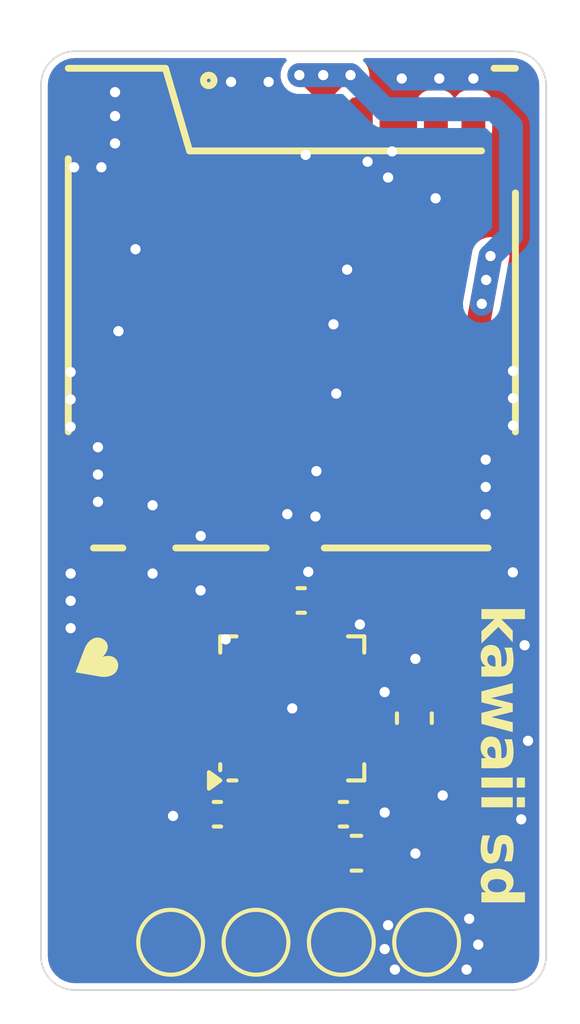
<source format=kicad_pcb>
(kicad_pcb (version 20240225) (generator "pcbnew") (generator_version "8.99")
  (layers (0 "F.Cu" signal) (31 "B.Cu" signal) (34 "B.Paste" user) (35 "F.Paste" user) (36 "B.SilkS" user "B.Silkscreen") (37 "F.SilkS" user "F.Silkscreen") (38 "B.Mask" user) (39 "F.Mask" user) (44 "Edge.Cuts" user))
  (net 0 "")
  (net 1 "GND")
  (net 2 "Net-(U1-VDD)")
  (net 3 "SD_VCC")
  (net 4 "Net-(U1-SDREG)")
  (net 5 "SD_D0")
  (net 6 "SD_D3")
  (net 7 "SD_CLK")
  (net 8 "SD_D1")
  (net 9 "SD_D2")
  (net 10 "SD_CMD")
  (net 11 "D+")
  (net 12 "D-")
  (net 13 "+3.3V")
  (footprint "TestPoint:TestPoint_Pad_D1.5mm" (layer "F.Cu") (at 131.5 125.6 90)
    (property "Reference" "TP4" (hide yes))
    (property "Value" "GND")
    (fp_circle (center 0 0) (end 0 0.95) (stroke (width 0.12)) (fill none) (layer "F.SilkS"))
    (pad "1" smd circle (at 0 0 90) (size 1.5 1.5) (layers "F.Cu" "F.Mask") (net 1 "GND"))
  )
  (footprint "TestPoint:TestPoint_Pad_D1.5mm" (layer "F.Cu") (at 126.5 125.6 -90)
    (property "Reference" "TP1" (hide yes))
    (property "Value" "D+")
    (fp_circle (center 0 0) (end 0 0.95) (stroke (width 0.12)) (fill none) (layer "F.SilkS"))
    (pad "1" smd circle (at 0 0 270) (size 1.5 1.5) (layers "F.Cu" "F.Mask") (net 11 "D+"))
  )
  (footprint "Capacitor_SMD:C_0603_1608Metric" (layer "F.Cu") (at 131.139964 119.036039 90)
    (property "Reference" "C4" (hide yes))
    (property "Value" "4.7μF")
    (fp_line (start -0.14058 -0.51) (end 0.14058 -0.51) (stroke (width 0.12)) (layer "F.SilkS"))
    (fp_line (start -0.14058 0.51) (end 0.14058 0.51) (stroke (width 0.12)) (layer "F.SilkS"))
    (pad "1" smd roundrect (at -0.775 0 90) (size 0.9 0.95) (layers "F.Cu" "F.Paste" "F.Mask") (net 3 "SD_VCC"))
    (pad "2" smd roundrect (at 0.775 0 90) (size 0.9 0.95) (layers "F.Cu" "F.Paste" "F.Mask") (net 1 "GND"))
  )
  (footprint "Capacitor_SMD:C_0402_1005Metric" (layer "F.Cu") (at 127.824545 115.588449)
    (property "Reference" "C5" (hide yes))
    (property "Value" "1μF")
    (fp_line (start -0.107836 -0.36) (end 0.107836 -0.36) (stroke (width 0.12)) (layer "F.SilkS"))
    (fp_line (start -0.107836 0.36) (end 0.107836 0.36) (stroke (width 0.12)) (layer "F.SilkS"))
    (pad "1" smd roundrect (at -0.48 0) (size 0.56 0.62) (layers "F.Cu" "F.Paste" "F.Mask") (net 4 "Net-(U1-SDREG)"))
    (pad "2" smd roundrect (at 0.48 0) (size 0.56 0.62) (layers "F.Cu" "F.Paste" "F.Mask") (net 1 "GND"))
  )
  (footprint "Package_DFN_QFN:HVQFN-24-1EP_4x4mm_P0.5mm_EP2.5x2.5mm" (layer "F.Cu") (at 127.5625 118.75 90)
    (property "Reference" "U1" (hide yes))
    (property "Value" "GL835")
    (fp_line (start 2.11 -2.11) (end 2.11 -1.635) (stroke (width 0.12)) (layer "F.SilkS"))
    (fp_line (start 1.635 -2.11) (end 2.11 -2.11) (stroke (width 0.12)) (layer "F.SilkS"))
    (fp_line (start -1.635 -2.11) (end -1.81 -2.11) (stroke (width 0.12)) (layer "F.SilkS"))
    (fp_line (start -2.11 -1.635) (end -2.11 -1.87) (stroke (width 0.12)) (layer "F.SilkS"))
    (fp_line (start 2.11 2.11) (end 2.11 1.635) (stroke (width 0.12)) (layer "F.SilkS"))
    (fp_line (start 1.635 2.11) (end 2.11 2.11) (stroke (width 0.12)) (layer "F.SilkS"))
    (fp_line (start -1.635 2.11) (end -2.11 2.11) (stroke (width 0.12)) (layer "F.SilkS"))
    (fp_line (start -2.11 2.11) (end -2.11 1.635) (stroke (width 0.12)) (layer "F.SilkS"))
    (fp_poly (pts (xy -2.11 -2.11) (xy -2.35 -2.44) (xy -1.87 -2.44) (xy -2.11 -2.11)) (stroke (width 0.12)) (fill solid) (layer "F.SilkS"))
    (pad "1" smd roundrect (at -1.9375 -1.25 90) (size 0.875 0.25) (layers "F.Cu" "F.Paste" "F.Mask") (net 2 "Net-(U1-VDD)"))
    (pad "2" smd roundrect (at -1.9375 -0.75 90) (size 0.875 0.25) (layers "F.Cu" "F.Paste" "F.Mask"))
    (pad "3" smd roundrect (at -1.9375 -0.25 90) (size 0.875 0.25) (layers "F.Cu" "F.Paste" "F.Mask") (net 12 "D-"))
    (pad "4" smd roundrect (at -1.9375 0.25 90) (size 0.875 0.25) (layers "F.Cu" "F.Paste" "F.Mask") (net 11 "D+"))
    (pad "5" smd roundrect (at -1.9375 0.75 90) (size 0.875 0.25) (layers "F.Cu" "F.Paste" "F.Mask") (net 13 "+3.3V"))
    (pad "6" smd roundrect (at -1.9375 1.25 90) (size 0.875 0.25) (layers "F.Cu" "F.Paste" "F.Mask") (net 13 "+3.3V"))
    (pad "7" smd roundrect (at -1.25 1.9375 90) (size 0.25 0.875) (layers "F.Cu" "F.Paste" "F.Mask") (net 3 "SD_VCC"))
    (pad "8" smd roundrect (at -0.75 1.9375 90) (size 0.25 0.875) (layers "F.Cu" "F.Paste" "F.Mask"))
    (pad "9" smd roundrect (at -0.25 1.9375 90) (size 0.25 0.875) (layers "F.Cu" "F.Paste" "F.Mask") (net 1 "GND"))
    (pad "10" smd roundrect (at 0.25 1.9375 90) (size 0.25 0.875) (layers "F.Cu" "F.Paste" "F.Mask") (net 1 "GND"))
    (pad "11" smd roundrect (at 0.75 1.9375 90) (size 0.25 0.875) (layers "F.Cu" "F.Paste" "F.Mask") (net 1 "GND"))
    (pad "12" smd roundrect (at 1.25 1.9375 90) (size 0.25 0.875) (layers "F.Cu" "F.Paste" "F.Mask") (net 8 "SD_D1"))
    (pad "13" smd roundrect (at 1.9375 1.25 90) (size 0.875 0.25) (layers "F.Cu" "F.Paste" "F.Mask") (net 5 "SD_D0"))
    (pad "14" smd roundrect (at 1.9375 0.75 90) (size 0.875 0.25) (layers "F.Cu" "F.Paste" "F.Mask") (net 1 "GND"))
    (pad "15" smd roundrect (at 1.9375 0.25 90) (size 0.875 0.25) (layers "F.Cu" "F.Paste" "F.Mask"))
    (pad "16" smd roundrect (at 1.9375 -0.25 90) (size 0.875 0.25) (layers "F.Cu" "F.Paste" "F.Mask") (net 4 "Net-(U1-SDREG)"))
    (pad "17" smd roundrect (at 1.9375 -0.75 90) (size 0.875 0.25) (layers "F.Cu" "F.Paste" "F.Mask"))
    (pad "18" smd roundrect (at 1.9375 -1.25 90) (size 0.875 0.25) (layers "F.Cu" "F.Paste" "F.Mask") (net 7 "SD_CLK"))
    (pad "19" smd roundrect (at 1.25 -1.9375 90) (size 0.25 0.875) (layers "F.Cu" "F.Paste" "F.Mask"))
    (pad "20" smd roundrect (at 0.75 -1.9375 90) (size 0.25 0.875) (layers "F.Cu" "F.Paste" "F.Mask") (net 10 "SD_CMD"))
    (pad "21" smd roundrect (at 0.25 -1.9375 90) (size 0.25 0.875) (layers "F.Cu" "F.Paste" "F.Mask"))
    (pad "22" smd roundrect (at -0.25 -1.9375 90) (size 0.25 0.875) (layers "F.Cu" "F.Paste" "F.Mask") (net 6 "SD_D3"))
    (pad "23" smd roundrect (at -0.75 -1.9375 90) (size 0.25 0.875) (layers "F.Cu" "F.Paste" "F.Mask") (net 9 "SD_D2"))
    (pad "24" smd roundrect (at -1.25 -1.9375 90) (size 0.25 0.875) (layers "F.Cu" "F.Paste" "F.Mask"))
    (pad "25" smd roundrect (at 0 0 90) (size 2.5 2.5) (property pad_prop_heatsink) (layers "F.Cu" "F.Mask") (roundrect_rratio 0.075) (net 1 "GND"))
  )
  (footprint "TestPoint:TestPoint_Pad_D1.5mm" (layer "F.Cu") (at 124 125.6 -90)
    (property "Reference" "TP2" (hide yes))
    (property "Value" "D-")
    (fp_circle (center 0 0) (end 0 0.95) (stroke (width 0.12)) (fill none) (layer "F.SilkS"))
    (pad "1" smd circle (at 0 0 270) (size 1.5 1.5) (layers "F.Cu" "F.Mask") (net 12 "D-"))
  )
  (footprint "TestPoint:TestPoint_Pad_D1.5mm" (layer "F.Cu") (at 129 125.6 90)
    (property "Reference" "TP3" (hide yes))
    (property "Value" "3V3")
    (fp_circle (center 0 0) (end 0 0.95) (stroke (width 0.12)) (fill none) (layer "F.SilkS"))
    (pad "1" smd circle (at 0 0 90) (size 1.5 1.5) (layers "F.Cu" "F.Mask") (net 13 "+3.3V"))
  )
  (footprint "SamacSys_Parts:503398-1892" (layer "F.Cu") (at 121 100)
    (property "Reference" "J1" (hide yes))
    (property "Value" "503398-1892" (hide yes))
    (fp_line (start 0 0) (end 2.849 0) (stroke (width 0.2)) (layer "F.SilkS"))
    (fp_line (start 0 2.65) (end 0 10.648) (stroke (width 0.2)) (layer "F.SilkS"))
    (fp_line (start 0.74 14.05) (end 1.6 14.05) (stroke (width 0.2)) (layer "F.SilkS"))
    (fp_line (start 2.849 0) (end 3.554 2.42) (stroke (width 0.2)) (layer "F.SilkS"))
    (fp_line (start 3.15 14.05) (end 5.8 14.05) (stroke (width 0.2)) (layer "F.SilkS"))
    (fp_line (start 3.554 2.42) (end 12.109 2.42) (stroke (width 0.2)) (layer "F.SilkS"))
    (fp_line (start 7.5 14.05) (end 12.3 14.05) (stroke (width 0.2)) (layer "F.SilkS"))
    (fp_line (start 13.1 0) (end 12.474 0) (stroke (width 0.2)) (layer "F.SilkS"))
    (fp_line (start 13.1 3.65) (end 13.1 10.65) (stroke (width 0.2)) (layer "F.SilkS"))
    (fp_circle (center 4.116 0.356) (end 4.116 0.41057) (stroke (width 0.2)) (fill none) (layer "F.SilkS"))
    (pad "1" smd roundrect (at 4.17 1.4) (size 0.7 1.1) (layers "F.Cu" "F.Paste" "F.Mask") (net 9 "SD_D2"))
    (pad "2" smd roundrect (at 5.27 1.4) (size 0.7 1.1) (layers "F.Cu" "F.Paste" "F.Mask") (net 6 "SD_D3"))
    (pad "3" smd roundrect (at 6.37 1.4) (size 0.7 1.1) (layers "F.Cu" "F.Paste" "F.Mask") (net 10 "SD_CMD"))
    (pad "4" smd roundrect (at 7.47 1.4) (size 0.7 1.1) (layers "F.Cu" "F.Paste" "F.Mask") (net 3 "SD_VCC"))
    (pad "5" smd roundrect (at 8.57 1.4) (size 0.7 1.1) (layers "F.Cu" "F.Paste" "F.Mask") (net 7 "SD_CLK"))
    (pad "6" smd roundrect (at 9.67 1.4) (size 0.7 1.1) (layers "F.Cu" "F.Paste" "F.Mask") (net 1 "GND"))
    (pad "7" smd roundrect (at 10.77 1.4) (size 0.7 1.1) (layers "F.Cu" "F.Paste" "F.Mask") (net 5 "SD_D0"))
    (pad "8" smd roundrect (at 11.87 1.4) (size 0.7 1.1) (layers "F.Cu" "F.Paste" "F.Mask") (net 8 "SD_D1"))
    (pad "9" smd roundrect (at 2.38 13.865) (size 0.9 0.93) (layers "F.Cu" "F.Paste" "F.Mask") (net 1 "GND"))
    (pad "10" smd roundrect (at 6.645 13.94 90) (size 0.78 1.05) (layers "F.Cu" "F.Paste" "F.Mask") (net 1 "GND"))
    (pad "11" smd roundrect (at 13.03 12.665) (size 0.7 3.33) (layers "F.Cu" "F.Paste" "F.Mask") (net 1 "GND"))
    (pad "12" smd roundrect (at 12.95 1.9) (size 0.86 2.8) (layers "F.Cu" "F.Paste" "F.Mask") (net 1 "GND"))
    (pad "13" smd roundrect (at 0.29 1.415) (size 1.14 1.83) (layers "F.Cu" "F.Paste" "F.Mask") (net 1 "GND"))
    (pad "14" smd roundrect (at 0.07 12.665) (size 0.7 3.33) (layers "F.Cu" "F.Paste" "F.Mask") (net 1 "GND"))
  )
  (footprint "Capacitor_SMD:C_0402_1005Metric" (layer "F.Cu") (at 125.37 121.85 180)
    (property "Reference" "C1" (hide yes))
    (property "Value" "1μF")
    (fp_line (start -0.107836 0.36) (end 0.107836 0.36) (stroke (width 0.12)) (layer "F.SilkS"))
    (fp_line (start -0.107836 -0.36) (end 0.107836 -0.36) (stroke (width 0.12)) (layer "F.SilkS"))
    (pad "1" smd roundrect (at -0.48 0 180) (size 0.56 0.62) (layers "F.Cu" "F.Paste" "F.Mask") (net 2 "Net-(U1-VDD)"))
    (pad "2" smd roundrect (at 0.48 0 180) (size 0.56 0.62) (layers "F.Cu" "F.Paste" "F.Mask") (net 1 "GND"))
  )
  (footprint "Capacitor_SMD:C_0402_1005Metric" (layer "F.Cu") (at 129.0625 121.85)
    (property "Reference" "C3" (hide yes))
    (property "Value" "0.1μF")
    (fp_line (start -0.107836 -0.36) (end 0.107836 -0.36) (stroke (width 0.12)) (layer "F.SilkS"))
    (fp_line (start -0.107836 0.36) (end 0.107836 0.36) (stroke (width 0.12)) (layer "F.SilkS"))
    (pad "1" smd roundrect (at -0.48 0) (size 0.56 0.62) (layers "F.Cu" "F.Paste" "F.Mask") (net 13 "+3.3V"))
    (pad "2" smd roundrect (at 0.48 0) (size 0.56 0.62) (layers "F.Cu" "F.Paste" "F.Mask") (net 1 "GND"))
  )
  (footprint "Capacitor_SMD:C_0603_1608Metric" (layer "F.Cu") (at 129.442833 122.992118)
    (property "Reference" "C2" (hide yes))
    (property "Value" "4.7μF")
    (fp_line (start -0.14058 -0.51) (end 0.14058 -0.51) (stroke (width 0.12)) (layer "F.SilkS"))
    (fp_line (start -0.14058 0.51) (end 0.14058 0.51) (stroke (width 0.12)) (layer "F.SilkS"))
    (pad "1" smd roundrect (at -0.775 0) (size 0.9 0.95) (layers "F.Cu" "F.Paste" "F.Mask") (net 13 "+3.3V"))
    (pad "2" smd roundrect (at 0.775 0) (size 0.9 0.95) (layers "F.Cu" "F.Paste" "F.Mask") (net 1 "GND"))
  )
  (gr_line (start 135 100.5) (end 135 114.5) (stroke (width 0.05)) (layer "Edge.Cuts"))
  (gr_arc (start 120.2 100.5) (mid 120.492893 99.792893) (end 121.2 99.5) (stroke (width 0.05)) (layer "Edge.Cuts"))
  (gr_line (start 121.2 99.5) (end 134 99.5) (stroke (width 0.05)) (layer "Edge.Cuts"))
  (gr_line (start 135 126) (end 135 114.5) (stroke (width 0.05)) (layer "Edge.Cuts"))
  (gr_arc (start 134 99.5) (mid 134.707107 99.792893) (end 135 100.5) (stroke (width 0.05)) (layer "Edge.Cuts"))
  (gr_arc (start 121.2 127) (mid 120.492893 126.707107) (end 120.2 126) (stroke (width 0.05)) (layer "Edge.Cuts"))
  (gr_line (start 120.2 100.5) (end 120.2 126) (stroke (width 0.05)) (layer "Edge.Cuts"))
  (gr_arc (start 135 126) (mid 134.707107 126.707107) (end 134 127) (stroke (width 0.05)) (layer "Edge.Cuts"))
  (gr_line (start 121.2 127) (end 134 127) (stroke (width 0.05)) (layer "Edge.Cuts"))
  (gr_text "kawaii sd" (at 132.9 115.7 270) (layer "F.SilkS") (effects (font (size 1.2 1.2)) (justify left bottom)))
  (gr_text "♥" (at 120.662948 117.145174 -60) (layer "F.SilkS") (effects (font (size 1.2 1.2)) (justify left bottom)))
  (segment (start 128.3125 118) (end 127.5625 118.75) (width 0.25) (layer "F.Cu") (net 1))
  (segment (start 128.3125 116.8125) (end 128.3125 115.596404) (width 0.25) (layer "F.Cu") (net 1))
  (segment (start 128.3125 116.8125) (end 128.3125 118) (width 0.25) (layer "F.Cu") (net 1))
  (segment (start 128.3125 115.596404) (end 128.304545 115.588449) (width 0.25) (layer "F.Cu") (net 1))
  (via (at 121.07 116.4) (size 0.6) (drill 0.3) (layers "F.Cu" "B.Cu") (net 1))
  (via (at 121.97 102.9) (size 0.6) (drill 0.3) (layers "F.Cu" "B.Cu") (net 1))
  (via (at 124.07 121.9) (size 0.6) (drill 0.3) (layers "F.Cu" "B.Cu") (net 1))
  (via (at 124.880374 113.700019) (size 0.6) (drill 0.3) (layers "F.Cu" "B.Cu") (net 1))
  (via (at 129.169262 105.898227) (size 0.6) (drill 0.3) (layers "F.Cu" "B.Cu") (net 1))
  (via (at 130.57 126.4) (size 0.6) (drill 0.3) (layers "F.Cu" "B.Cu") (net 1))
  (via (at 129.544325 116.290786) (size 0.6) (drill 0.3) (layers "F.Cu" "B.Cu") (net 1))
  (via (at 122.97 105.3) (size 0.6) (drill 0.3) (layers "F.Cu" "B.Cu") (net 1))
  (via (at 121.07 110.5) (size 0.6) (drill 0.3) (layers "F.Cu" "B.Cu") (net 1))
  (via (at 130.486815 102.435496) (size 0.6) (drill 0.3) (layers "F.Cu" "B.Cu") (net 1))
  (via (at 131.17 123) (size 0.6) (drill 0.3) (layers "F.Cu" "B.Cu") (net 1))
  (via (at 127.5625 118.75) (size 0.6) (drill 0.3) (layers "F.Cu" "B.Cu") (net 1))
  (via (at 122.37 100.7) (size 0.6) (drill 0.3) (layers "F.Cu" "B.Cu") (net 1))
  (via (at 127.955659 102.536239) (size 0.6) (drill 0.3) (layers "F.Cu" "B.Cu") (net 1))
  (via (at 128.77 107.5) (size 0.6) (drill 0.3) (layers "F.Cu" "B.Cu") (net 1))
  (via (at 123.47 112.8) (size 0.6) (drill 0.3) (layers "F.Cu" "B.Cu") (net 1))
  (via (at 125.77 100.4) (size 0.6) (drill 0.3) (layers "F.Cu" "B.Cu") (net 1))
  (via (at 121.07 115.6) (size 0.6) (drill 0.3) (layers "F.Cu" "B.Cu") (net 1))
  (via (at 133.23 113.065) (size 0.6) (drill 0.3) (layers "F.Cu" "B.Cu") (net 1))
  (via (at 132.67 126.4) (size 0.6) (drill 0.3) (layers "F.Cu" "B.Cu") (net 1))
  (via (at 131.762508 103.8085) (size 0.6) (drill 0.3) (layers "F.Cu" "B.Cu") (net 1))
  (via (at 131.87 100.3) (size 0.6) (drill 0.3) (layers "F.Cu" "B.Cu") (net 1))
  (via (at 130.77 100.3) (size 0.6) (drill 0.3) (layers "F.Cu" "B.Cu") (net 1))
  (via (at 130.27 121.8) (size 0.6) (drill 0.3) (layers "F.Cu" "B.Cu") (net 1))
  (via (at 121.87 112.7) (size 0.6) (drill 0.3) (layers "F.Cu" "B.Cu") (net 1))
  (via (at 134.37 116.9) (size 0.6) (drill 0.3) (layers "F.Cu" "B.Cu") (net 1))
  (via (at 127.417248 113.059382) (size 0.6) (drill 0.3) (layers "F.Cu" "B.Cu") (net 1))
  (via (at 134.024795 114.765191) (size 0.6) (drill 0.3) (layers "F.Cu" "B.Cu") (net 1))
  (via (at 130.37 103.2) (size 0.6) (drill 0.3) (layers "F.Cu" "B.Cu") (net 1))
  (via (at 134.03 110.465) (size 0.6) (drill 0.3) (layers "F.Cu" "B.Cu") (net 1))
  (via (at 121.87 111.1) (size 0.6) (drill 0.3) (layers "F.Cu" "B.Cu") (net 1))
  (via (at 133.23 111.465) (size 0.6) (drill 0.3) (layers "F.Cu" "B.Cu") (net 1))
  (via (at 121.17 102.9) (size 0.6) (drill 0.3) (layers "F.Cu" "B.Cu") (net 1))
  (via (at 133.23 112.265) (size 0.6) (drill 0.3) (layers "F.Cu" "B.Cu") (net 1))
  (via (at 132.747112 124.912212) (size 0.6) (drill 0.3) (layers "F.Cu" "B.Cu") (net 1))
  (via (at 134.47 119.7) (size 0.6) (drill 0.3) (layers "F.Cu" "B.Cu") (net 1))
  (via (at 130.37 125.1) (size 0.6) (drill 0.3) (layers "F.Cu" "B.Cu") (net 1))
  (via (at 123.47 114.8) (size 0.6) (drill 0.3) (layers "F.Cu" "B.Cu") (net 1))
  (via (at 134.03 108.865) (size 0.6) (drill 0.3) (layers "F.Cu" "B.Cu") (net 1))
  (via (at 121.07 108.9) (size 0.6) (drill 0.3) (layers "F.Cu" "B.Cu") (net 1))
  (via (at 133.010522 125.669516) (size 0.6) (drill 0.3) (layers "F.Cu" "B.Cu") (net 1))
  (via (at 130.27 125.8) (size 0.6) (drill 0.3) (layers "F.Cu" "B.Cu") (net 1))
  (via (at 129.769025 102.737724) (size 0.6) (drill 0.3) (layers "F.Cu" "B.Cu") (net 1))
  (via (at 122.37 102.2) (size 0.6) (drill 0.3) (layers "F.Cu" "B.Cu") (net 1))
  (via (at 130.269203 118.272382) (size 0.6) (drill 0.3) (layers "F.Cu" "B.Cu") (net 1))
  (via (at 122.47 107.7) (size 0.6) (drill 0.3) (layers "F.Cu" "B.Cu") (net 1))
  (via (at 125.612653 116.728436) (size 0.6) (drill 0.3) (layers "F.Cu" "B.Cu") (net 1))
  (via (at 122.37 101.4) (size 0.6) (drill 0.3) (layers "F.Cu" "B.Cu") (net 1))
  (via (at 131.97 121.3) (size 0.6) (drill 0.3) (layers "F.Cu" "B.Cu") (net 1))
  (via (at 131.17 117.3) (size 0.6) (drill 0.3) (layers "F.Cu" "B.Cu") (net 1))
  (via (at 124.87632 115.294828) (size 0.6) (drill 0.3) (layers "F.Cu" "B.Cu") (net 1))
  (via (at 128.27 111.8) (size 0.6) (drill 0.3) (layers "F.Cu" "B.Cu") (net 1))
  (via (at 126.87 100.4) (size 0.6) (drill 0.3) (layers "F.Cu" "B.Cu") (net 1))
  (via (at 128.032834 114.750295) (size 0.6) (drill 0.3) (layers "F.Cu" "B.Cu") (net 1))
  (via (at 121.07 114.8) (size 0.6) (drill 0.3) (layers "F.Cu" "B.Cu") (net 1))
  (via (at 134.27 122) (size 0.6) (drill 0.3) (layers "F.Cu" "B.Cu") (net 1))
  (via (at 134.03 109.665) (size 0.6) (drill 0.3) (layers "F.Cu" "B.Cu") (net 1))
  (via (at 121.87 111.9) (size 0.6) (drill 0.3) (layers "F.Cu" "B.Cu") (net 1))
  (via (at 132.87 100.3) (size 0.6) (drill 0.3) (layers "F.Cu" "B.Cu") (net 1))
  (via (at 128.243224 113.129512) (size 0.6) (drill 0.3) (layers "F.Cu" "B.Cu") (net 1))
  (via (at 128.852258 109.529291) (size 0.6) (drill 0.3) (layers "F.Cu" "B.Cu") (net 1))
  (via (at 121.07 109.7) (size 0.6) (drill 0.3) (layers "F.Cu" "B.Cu") (net 1))
  (segment (start 126.3125 121.3875) (end 125.85 121.85) (width 0.25) (layer "F.Cu") (net 2))
  (segment (start 126.3125 120.6875) (end 126.3125 121.3875) (width 0.25) (layer "F.Cu") (net 2))
  (segment (start 128.47 101.4) (end 128.47 100.6) (width 0.7) (layer "F.Cu") (net 3))
  (segment (start 128.07 100.2) (end 128.47 100.6) (width 0.7) (layer "F.Cu") (net 3))
  (segment (start 132.37 119.6) (end 132.37 111) (width 0.7) (layer "F.Cu") (net 3))
  (segment (start 132.37 111) (end 133.37 105.5) (width 0.7) (layer "F.Cu") (net 3))
  (segment (start 128.87 100.2) (end 129.27 100.2) (width 0.7) (layer "F.Cu") (net 3))
  (segment (start 127.77 100.2) (end 128.07 100.2) (width 0.7) (layer "F.Cu") (net 3))
  (segment (start 128.47 100.6) (end 128.47 100.2) (width 0.7) (layer "F.Cu") (net 3))
  (segment (start 128.47 100.2) (end 129.27 100.2) (width 0.7) (layer "F.Cu") (net 3))
  (segment (start 128.47 100.6) (end 128.87 100.2) (width 0.7) (layer "F.Cu") (net 3))
  (segment (start 128.47 100.2) (end 127.77 100.2) (width 0.7) (layer "F.Cu") (net 3))
  (via (at 127.77 100.2) (size 0.6) (drill 0.3) (layers "F.Cu" "B.Cu") (net 3))
  (via (at 128.47 100.2) (size 0.6) (drill 0.3) (layers "F.Cu" "B.Cu") (net 3))
  (via (at 133.242727 106.2) (size 0.6) (drill 0.3) (layers "F.Cu" "B.Cu") (net 3))
  (via (at 133.37 105.5) (size 0.6) (drill 0.3) (layers "F.Cu" "B.Cu") (net 3))
  (via (at 129.27 100.2) (size 0.6) (drill 0.3) (layers "F.Cu" "B.Cu") (net 3))
  (via (at 133.115455 106.9) (size 0.6) (drill 0.3) (layers "F.Cu" "B.Cu") (net 3))
  (segment (start 133.115455 106.9) (end 133.37 105.5) (width 0.7) (layer "B.Cu") (net 3))
  (segment (start 133.97 104.9) (end 133.97 101.7) (width 0.7) (layer "B.Cu") (net 3))
  (segment (start 133.47 101.2) (end 130.27 101.2) (width 0.7) (layer "B.Cu") (net 3))
  (segment (start 133.97 101.7) (end 133.47 101.2) (width 0.7) (layer "B.Cu") (net 3))
  (segment (start 133.37 105.5) (end 133.97 104.9) (width 0.7) (layer "B.Cu") (net 3))
  (segment (start 127.77 100.2) (end 129.27 100.2) (width 0.7) (layer "B.Cu") (net 3))
  (segment (start 130.27 101.2) (end 129.27 100.2) (width 0.7) (layer "B.Cu") (net 3))
  (segment (start 127.3125 116.8125) (end 127.3125 115.620494) (width 0.25) (layer "F.Cu") (net 4))
  (segment (start 127.3125 115.620494) (end 127.344545 115.588449) (width 0.25) (layer "F.Cu") (net 4))
  (segment (start 131.77 101.4) (end 130.029962 108.028717) (width 0.2) (layer "F.Cu") (net 5))
  (segment (start 129.507078 110.808348) (end 128.8125 116.8125) (width 0.2) (layer "F.Cu") (net 5))
  (arc (start 130.029962 108.028717) (mid 129.719322 109.409278) (end 129.507078 110.808348) (width 0.2) (layer "F.Cu") (net 5))
  (segment (start 124.519264 118.824264) (end 124.475025 118.780025) (width 0.2) (layer "F.Cu") (net 6))
  (segment (start 124.417282 112.145765) (end 126.27 101.4) (width 0.2) (layer "F.Cu") (net 6))
  (segment (start 124.415399 112.156687) (end 124.417282 112.145765) (width 0.2) (layer "F.Cu") (net 6))
  (segment (start 124.27 118.285051) (end 124.27 113.855756) (width 0.2) (layer "F.Cu") (net 6))
  (segment (start 125.625 119) (end 124.943528 119) (width 0.2) (layer "F.Cu") (net 6))
  (arc (start 124.943528 119) (mid 124.713918 118.954328) (end 124.519264 118.824264) (width 0.2) (layer "F.Cu") (net 6))
  (arc (start 124.27 113.855756) (mid 124.306416 113.003117) (end 124.415399 112.156687) (width 0.2) (layer "F.Cu") (net 6))
  (arc (start 124.475025 118.780025) (mid 124.323284 118.552929) (end 124.27 118.285051) (width 0.2) (layer "F.Cu") (net 6))
  (segment (start 127.028801 110.304531) (end 127.047596 110.19412) (width 0.2) (layer "F.Cu") (net 7))
  (segment (start 127.235531 109.09) (end 127.235532 109.09) (width 0.2) (layer "F.Cu") (net 7))
  (segment (start 127.118072 111.115003) (end 127.455222 111.17239) (width 0.2) (layer "F.Cu") (net 7))
  (segment (start 127.521694 107.408799) (end 127.831485 105.588775) (width 0.2) (layer "F.Cu") (net 7))
  (segment (start 127.713633 110.989153) (end 127.732426 110.878741) (width 0.2) (layer "F.Cu") (net 7))
  (segment (start 128.049442 109.910203) (end 128.068235 109.799791) (width 0.2) (layer "F.Cu") (net 7))
  (segment (start 127.306007 110.010883) (end 127.791031 110.09344) (width 0.2) (layer "F.Cu") (net 7))
  (segment (start 127.216737 109.200411) (end 127.235531 109.09) (width 0.2) (layer "F.Cu") (net 7))
  (segment (start 129.253082 101.898014) (end 129.57 101.4) (width 0.2) (layer "F.Cu") (net 7))
  (segment (start 127.884998 109.54138) (end 127.399973 109.458822) (width 0.2) (layer "F.Cu") (net 7))
  (segment (start 126.697416 112.251431) (end 126.712135 112.164953) (width 0.2) (layer "F.Cu") (net 7))
  (segment (start 126.3125 116.8125) (end 126.51883 113.757609) (width 0.2) (layer "F.Cu") (net 7))
  (segment (start 128.072934 108.43726) (end 127.587909 108.354702) (width 0.2) (layer "F.Cu") (net 7))
  (segment (start 127.423467 107.98588) (end 127.521694 107.408799) (width 0.2) (layer "F.Cu") (net 7))
  (segment (start 127.493943 108.906763) (end 127.978967 108.98932) (width 0.2) (layer "F.Cu") (net 7))
  (segment (start 127.404673 108.096291) (end 127.423467 107.98588) (width 0.2) (layer "F.Cu") (net 7))
  (segment (start 126.712135 112.164953) (end 126.859661 111.29824) (width 0.2) (layer "F.Cu") (net 7))
  (segment (start 128.237378 108.806083) (end 128.256171 108.695671) (width 0.2) (layer "F.Cu") (net 7))
  (segment (start 127.549189 110.62033) (end 127.212038 110.562942) (width 0.2) (layer "F.Cu") (net 7))
  (arc (start 126.859661 111.29824) (mid 126.950917 111.153103) (end 127.118072 111.115003) (width 0.2) (layer "F.Cu") (net 7))
  (arc (start 127.047596 110.19412) (mid 127.138852 110.048983) (end 127.306007 110.010883) (width 0.2) (layer "F.Cu") (net 7))
  (arc (start 127.212038 110.562942) (mid 127.066901 110.471686) (end 127.028801 110.304531) (width 0.2) (layer "F.Cu") (net 7))
  (arc (start 127.587909 108.354702) (mid 127.442772 108.263446) (end 127.404673 108.096291) (width 0.2) (layer "F.Cu") (net 7))
  (arc (start 127.732426 110.878741) (mid 127.694326 110.711586) (end 127.549189 110.62033) (width 0.2) (layer "F.Cu") (net 7))
  (arc (start 127.791031 110.09344) (mid 127.958186 110.05534) (end 128.049442 109.910203) (width 0.2) (layer "F.Cu") (net 7))
  (arc (start 127.399973 109.458822) (mid 127.254836 109.367566) (end 127.216737 109.200411) (width 0.2) (layer "F.Cu") (net 7))
  (arc (start 128.256171 108.695671) (mid 128.218071 108.528516) (end 128.072934 108.43726) (width 0.2) (layer "F.Cu") (net 7))
  (arc (start 127.235532 109.09) (mid 127.326788 108.944863) (end 127.493943 108.906763) (width 0.2) (layer "F.Cu") (net 7))
  (arc (start 127.978967 108.98932) (mid 128.146122 108.95122) (end 128.237378 108.806083) (width 0.2) (layer "F.Cu") (net 7))
  (arc (start 128.068235 109.799791) (mid 128.030135 109.632636) (end 127.884998 109.54138) (width 0.2) (layer "F.Cu") (net 7))
  (arc (start 126.51883 113.757609) (mid 126.589074 113.002261) (end 126.697416 112.251431) (width 0.2) (layer "F.Cu") (net 7))
  (arc (start 127.831485 105.588775) (mid 128.357998 103.672412) (end 129.253082 101.898014) (width 0.2) (layer "F.Cu") (net 7))
  (arc (start 127.455222 111.17239) (mid 127.622377 111.13429) (end 127.713633 110.989153) (width 0.2) (layer "F.Cu") (net 7))
  (segment (start 131.312921 109.002207) (end 132.87 101.4) (width 0.2) (layer "F.Cu") (net 8))
  (segment (start 129.5 117.5) (end 129.549111 117.48534) (width 0.2) (layer "F.Cu") (net 8))
  (segment (start 130.25453 116.657576) (end 131.07708 110.406192) (width 0.2) (layer "F.Cu") (net 8))
  (arc (start 129.549111 117.48534) (mid 130.024188 117.17574) (end 130.25453 116.657576) (width 0.2) (layer "F.Cu") (net 8))
  (arc (start 131.07708 110.406192) (mid 131.182504 109.7021) (end 131.312921 109.002207) (width 0.2) (layer "F.Cu") (net 8))
  (segment (start 122.47 113.948711) (end 122.47 113.72043) (width 0.2) (layer "F.Cu") (net 9))
  (segment (start 123.568216 118.501348) (end 122.532164 114.443478) (width 0.2) (layer "F.Cu") (net 9))
  (segment (start 125.625 119.5) (end 124.684214 119.5) (width 0.2) (layer "F.Cu") (net 9))
  (segment (start 122.518006 113.284861) (end 125.17 101.4) (width 0.2) (layer "F.Cu") (net 9))
  (segment (start 123.977107 119.207107) (end 123.960933 119.190933) (width 0.2) (layer "F.Cu") (net 9))
  (arc (start 123.977107 119.207107) (mid 124.30153 119.42388) (end 124.684214 119.5) (width 0.2) (layer "F.Cu") (net 9))
  (arc (start 123.960933 119.190933) (mid 123.718145 118.872582) (end 123.568216 118.501348) (width 0.2) (layer "F.Cu") (net 9))
  (arc (start 122.518006 113.284861) (mid 122.482038 113.501327) (end 122.47 113.72043) (width 0.2) (layer "F.Cu") (net 9))
  (arc (start 122.532164 114.443478) (mid 122.485601 114.19804) (end 122.47 113.948711) (width 0.2) (layer "F.Cu") (net 9))
  (segment (start 125.08967 116.18033) (end 125.216237 116.053763) (width 0.2) (layer "F.Cu") (net 10))
  (segment (start 125.07 118) (end 125.045736 117.975736) (width 0.2) (layer "F.Cu") (net 10))
  (segment (start 125.657012 111.249676) (end 126.116419 108.608073) (width 0.2) (layer "F.Cu") (net 10))
  (segment (start 124.87 117.551472) (end 124.87 116.71066) (width 0.2) (layer "F.Cu") (net 10))
  (segment (start 125.50913 115.346656) (end 125.50913 112.963088) (width 0.2) (layer "F.Cu") (net 10))
  (segment (start 126.116419 108.608073) (end 127.37 101.4) (width 0.2) (layer "F.Cu") (net 10))
  (segment (start 125.625 118) (end 125.07 118) (width 0.2) (layer "F.Cu") (net 10))
  (arc (start 125.216237 116.053763) (mid 125.43301 115.729339) (end 125.50913 115.346656) (width 0.2) (layer "F.Cu") (net 10))
  (arc (start 125.50913 112.963088) (mid 125.546169 112.103197) (end 125.657012 111.249676) (width 0.2) (layer "F.Cu") (net 10))
  (arc (start 125.045736 117.975736) (mid 124.915672 117.781082) (end 124.87 117.551472) (width 0.2) (layer "F.Cu") (net 10))
  (arc (start 124.87 116.71066) (mid 124.92709 116.423647) (end 125.08967 116.18033) (width 0.2) (layer "F.Cu") (net 10))
  (segment (start 128.217847 123.442104) (end 128.667833 122.992118) (width 0.7) (layer "F.Cu") (net 13))
  (segment (start 129 125.6) (end 128.217847 124.817847) (width 0.7) (layer "F.Cu") (net 13))
  (segment (start 128.667833 122.992118) (end 128.607882 122.992118) (width 0.4) (layer "F.Cu") (net 13))
  (segment (start 128.217847 124.817847) (end 128.217847 123.442104) (width 0.7) (layer "F.Cu") (net 13))
  (zone (net 11) (net_name "D+") (layer "F.Cu") (priority 4) (connect_pads yes (clearance 0.127)) (min_thickness 0.127) (fill yes (thermal_gap 0.5) (thermal_bridge_width 0.5) (smoothing fillet) (radius 1))
    (polygon (pts (xy 125.37 126.1) (xy 125.97 126.7) (xy 127.07 126.7) (xy 127.67 126.1) (xy 127.67 123.4) (xy 127.87 123.2) (xy 127.9375 121.125) (xy 127.9375 120.25) (xy 127.6875 120.25) (xy 127.6875 121.125) (xy 127.27 122.8) (xy 125.37 124.2)))
  )
  (zone (net 3) (net_name "SD_VCC") (layer "F.Cu") (priority 1) (connect_pads yes (clearance 0.127)) (min_thickness 0.127) (fill yes (thermal_gap 0.5) (thermal_bridge_width 0.5) (smoothing fillet) (radius 0.5))
    (polygon (pts (xy 129.0625 119.875) (xy 129.0625 120.125) (xy 129.7 120.6) (xy 132.1 120.6) (xy 132.723678 119.829483) (xy 132.714913 119.2028) (xy 132.37 118.5) (xy 131.57 119.1) (xy 130.6 119.1) (xy 129.9375 119.875)))
  )
  (zone (net 12) (net_name "D-") (layer "F.Cu") (priority 3) (connect_pads yes (clearance 0.127)) (min_thickness 0.127) (fill yes (thermal_gap 0.5) (thermal_bridge_width 0.5) (smoothing fillet) (radius 1))
    (polygon (pts (xy 127.1875 120.25) (xy 127.4375 120.25) (xy 127.4375 121.125) (xy 127.07 122.7) (xy 125.17 124) (xy 125.17 126) (xy 124.57 126.7) (xy 123.37 126.7) (xy 122.77 126.1) (xy 122.77 125) (xy 123.77 123.4) (xy 126.57 122.2) (xy 126.77 121.4) (xy 127.1875 121.125)))
  )
  (zone (net 13) (net_name "+3.3V") (layer "F.Cu") (priority 2) (connect_pads yes (clearance 0.127)) (min_thickness 0.127) (fill yes (thermal_gap 0.5) (thermal_bridge_width 0.5) (smoothing fillet) (radius 0.3))
    (polygon (pts (xy 128.1875 120.25) (xy 128.9375 120.25) (xy 128.9375 121.125) (xy 129.3 122.7) (xy 129.3 123.6) (xy 128 123.6)))
  )
  (zone (net 1) (net_name "GND") (layers "F&B.Cu") (connect_pads yes (clearance 0.127)) (min_thickness 0.127) (fill yes (thermal_gap 0.5) (thermal_bridge_width 0.5) (smoothing fillet) (radius 0.5))
    (polygon (pts (xy 119 98) (xy 119 128) (xy 136 128) (xy 136 98)))
  )
)
</source>
